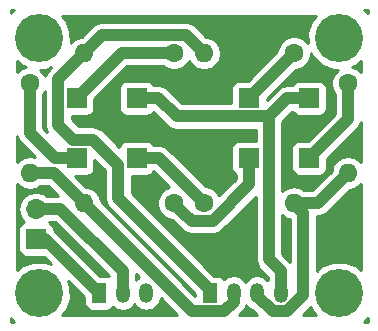
<source format=gbr>
G04 #@! TF.FileFunction,Copper,L2,Bot,Signal*
%FSLAX46Y46*%
G04 Gerber Fmt 4.6, Leading zero omitted, Abs format (unit mm)*
G04 Created by KiCad (PCBNEW 4.0.1-stable) date 2019/02/22 9:19:20*
%MOMM*%
G01*
G04 APERTURE LIST*
%ADD10C,0.100000*%
%ADD11C,4.064000*%
%ADD12R,1.700000X1.700000*%
%ADD13C,1.600000*%
%ADD14O,1.600000X1.600000*%
%ADD15R,1.200000X1.700000*%
%ADD16O,1.200000X1.700000*%
%ADD17O,1.700000X1.700000*%
%ADD18C,1.000000*%
%ADD19C,0.254000*%
G04 APERTURE END LIST*
D10*
D11*
X175260000Y-115570000D03*
X200660000Y-115570000D03*
X200660000Y-93980000D03*
D12*
X178435000Y-99060000D03*
X193040000Y-104140000D03*
X183515000Y-104140000D03*
X193040000Y-99060000D03*
X178435000Y-104140000D03*
X198120000Y-104140000D03*
X183515000Y-99060000D03*
X198120000Y-99060000D03*
D13*
X186690000Y-95250000D03*
D14*
X179070000Y-95250000D03*
D13*
X186690000Y-107950000D03*
D14*
X179070000Y-107950000D03*
D13*
X189230000Y-107950000D03*
D14*
X196850000Y-107950000D03*
D13*
X196850000Y-95250000D03*
D14*
X189230000Y-95250000D03*
D13*
X174498000Y-97790000D03*
D14*
X174498000Y-105410000D03*
D13*
X201422000Y-97790000D03*
D14*
X201422000Y-105410000D03*
D15*
X189738000Y-115570000D03*
D16*
X191738000Y-115570000D03*
X193738000Y-115570000D03*
X195738000Y-115570000D03*
D12*
X175006000Y-110998000D03*
D17*
X175006000Y-108458000D03*
D15*
X180340000Y-115570000D03*
D16*
X182340000Y-115570000D03*
X184340000Y-115570000D03*
D11*
X175260000Y-93980000D03*
D18*
X179070000Y-95250000D02*
X176884999Y-97435001D01*
X178154999Y-102589999D02*
X179845001Y-102589999D01*
X176884999Y-97435001D02*
X176884999Y-101319999D01*
X176884999Y-101319999D02*
X178154999Y-102589999D01*
X181964999Y-107546999D02*
X189738000Y-115320000D01*
X179845001Y-102589999D02*
X181964999Y-104709997D01*
X181964999Y-104709997D02*
X181964999Y-107546999D01*
X189738000Y-115320000D02*
X189738000Y-115570000D01*
X189230000Y-95250000D02*
X187729999Y-93749999D01*
X187729999Y-93749999D02*
X180570001Y-93749999D01*
X180570001Y-93749999D02*
X179869999Y-94450001D01*
X179869999Y-94450001D02*
X179070000Y-95250000D01*
X174498000Y-105410000D02*
X176530000Y-105410000D01*
X176530000Y-105410000D02*
X179070000Y-107950000D01*
X179070000Y-107950000D02*
X188240001Y-117120001D01*
X188240001Y-117120001D02*
X190898001Y-117120001D01*
X190898001Y-117120001D02*
X191738000Y-116280002D01*
X191738000Y-116280002D02*
X191738000Y-115570000D01*
X196850000Y-107950000D02*
X198882000Y-107950000D01*
X198882000Y-107950000D02*
X201422000Y-105410000D01*
X193738000Y-115570000D02*
X193738000Y-115820000D01*
X195038010Y-117120010D02*
X196276481Y-117120010D01*
X197649999Y-115746492D02*
X197649999Y-108749999D01*
X193738000Y-115820000D02*
X195038010Y-117120010D01*
X196276481Y-117120010D02*
X197649999Y-115746492D01*
X197649999Y-108749999D02*
X196850000Y-107950000D01*
X193738000Y-115570000D02*
X193738000Y-115658491D01*
X178435000Y-99060000D02*
X182245000Y-95250000D01*
X182245000Y-95250000D02*
X186690000Y-95250000D01*
X193040000Y-104140000D02*
X193040000Y-106360002D01*
X188190001Y-109450001D02*
X187489999Y-108749999D01*
X193040000Y-106360002D02*
X189950001Y-109450001D01*
X187489999Y-108749999D02*
X186690000Y-107950000D01*
X189950001Y-109450001D02*
X188190001Y-109450001D01*
X183515000Y-104140000D02*
X185420000Y-104140000D01*
X185420000Y-104140000D02*
X189230000Y-107950000D01*
X196850000Y-95250000D02*
X193040000Y-99060000D01*
X174498000Y-97790000D02*
X174498000Y-102053000D01*
X174498000Y-102053000D02*
X176585000Y-104140000D01*
X176585000Y-104140000D02*
X178435000Y-104140000D01*
X201422000Y-97790000D02*
X201422000Y-100838000D01*
X201422000Y-100838000D02*
X198120000Y-104140000D01*
X195738000Y-115570000D02*
X195738000Y-113720000D01*
X195738000Y-113720000D02*
X194719999Y-112701999D01*
X194719999Y-112701999D02*
X194719999Y-100610001D01*
X183515000Y-99060000D02*
X185365000Y-99060000D01*
X185365000Y-99060000D02*
X186915001Y-100610001D01*
X194719999Y-100610001D02*
X196270000Y-99060000D01*
X186915001Y-100610001D02*
X194719999Y-100610001D01*
X196270000Y-99060000D02*
X198120000Y-99060000D01*
X195738000Y-115570000D02*
X195738000Y-115820000D01*
X195738000Y-115481509D02*
X195738000Y-115570000D01*
X175006000Y-110998000D02*
X175768000Y-110998000D01*
X175768000Y-110998000D02*
X180340000Y-115570000D01*
X182340000Y-115570000D02*
X182340000Y-113720000D01*
X182340000Y-113720000D02*
X177078000Y-108458000D01*
X177078000Y-108458000D02*
X176208081Y-108458000D01*
X176208081Y-108458000D02*
X175006000Y-108458000D01*
D19*
G36*
X203073000Y-117983000D02*
X202796288Y-117983000D01*
X202846062Y-117949742D01*
X202878894Y-117916910D01*
X203039743Y-117756062D01*
X203073000Y-117706289D01*
X203073000Y-117983000D01*
X203073000Y-117983000D01*
G37*
X203073000Y-117983000D02*
X202796288Y-117983000D01*
X202846062Y-117949742D01*
X202878894Y-117916910D01*
X203039743Y-117756062D01*
X203073000Y-117706289D01*
X203073000Y-117983000D01*
G36*
X172880256Y-117756060D02*
X172880257Y-117756061D01*
X173073938Y-117949743D01*
X173123711Y-117983000D01*
X172847000Y-117983000D01*
X172847000Y-117706289D01*
X172880256Y-117756060D01*
X172880256Y-117756060D01*
G37*
X172880256Y-117756060D02*
X172880257Y-117756061D01*
X173073938Y-117949743D01*
X173123711Y-117983000D01*
X172847000Y-117983000D01*
X172847000Y-117706289D01*
X172880256Y-117756060D01*
G36*
X179100717Y-115924536D02*
X179100717Y-116420000D01*
X179144437Y-116652352D01*
X179281757Y-116865753D01*
X179491283Y-117008917D01*
X179740000Y-117059283D01*
X180940000Y-117059283D01*
X181172352Y-117015563D01*
X181385753Y-116878243D01*
X181488754Y-116727497D01*
X181870447Y-116982536D01*
X182340000Y-117075936D01*
X182809553Y-116982536D01*
X183207620Y-116716556D01*
X183337344Y-116522410D01*
X183383043Y-116582854D01*
X183472380Y-116716556D01*
X183496122Y-116732420D01*
X183510875Y-116751933D01*
X183629677Y-116821659D01*
X183870447Y-116982536D01*
X183920881Y-116992568D01*
X183930624Y-116998286D01*
X184022391Y-117013462D01*
X184023214Y-117012923D01*
X184340000Y-117075936D01*
X184656786Y-117012923D01*
X184657609Y-117013462D01*
X184749376Y-116998286D01*
X184759119Y-116992568D01*
X184809553Y-116982536D01*
X185050323Y-116821659D01*
X185169125Y-116751933D01*
X185183878Y-116732420D01*
X185207620Y-116716556D01*
X185296957Y-116582854D01*
X185462647Y-116363701D01*
X185550891Y-116024709D01*
X186934182Y-117408000D01*
X177182469Y-117408000D01*
X177512876Y-117078169D01*
X177514389Y-117074525D01*
X177532168Y-117063846D01*
X177930880Y-116080612D01*
X177922975Y-115019643D01*
X177730040Y-114553859D01*
X179100717Y-115924536D01*
X179100717Y-115924536D01*
G37*
X179100717Y-115924536D02*
X179100717Y-116420000D01*
X179144437Y-116652352D01*
X179281757Y-116865753D01*
X179491283Y-117008917D01*
X179740000Y-117059283D01*
X180940000Y-117059283D01*
X181172352Y-117015563D01*
X181385753Y-116878243D01*
X181488754Y-116727497D01*
X181870447Y-116982536D01*
X182340000Y-117075936D01*
X182809553Y-116982536D01*
X183207620Y-116716556D01*
X183337344Y-116522410D01*
X183383043Y-116582854D01*
X183472380Y-116716556D01*
X183496122Y-116732420D01*
X183510875Y-116751933D01*
X183629677Y-116821659D01*
X183870447Y-116982536D01*
X183920881Y-116992568D01*
X183930624Y-116998286D01*
X184022391Y-117013462D01*
X184023214Y-117012923D01*
X184340000Y-117075936D01*
X184656786Y-117012923D01*
X184657609Y-117013462D01*
X184749376Y-116998286D01*
X184759119Y-116992568D01*
X184809553Y-116982536D01*
X185050323Y-116821659D01*
X185169125Y-116751933D01*
X185183878Y-116732420D01*
X185207620Y-116716556D01*
X185296957Y-116582854D01*
X185462647Y-116363701D01*
X185550891Y-116024709D01*
X186934182Y-117408000D01*
X177182469Y-117408000D01*
X177512876Y-117078169D01*
X177514389Y-117074525D01*
X177532168Y-117063846D01*
X177930880Y-116080612D01*
X177922975Y-115019643D01*
X177730040Y-114553859D01*
X179100717Y-115924536D01*
G36*
X192870380Y-116716556D02*
X193268447Y-116982536D01*
X193316220Y-116992039D01*
X193732181Y-117408000D01*
X192203820Y-117408000D01*
X192534909Y-117076911D01*
X192779212Y-116711286D01*
X192799318Y-116610205D01*
X192870380Y-116716556D01*
X192870380Y-116716556D01*
G37*
X192870380Y-116716556D02*
X193268447Y-116982536D01*
X193316220Y-116992039D01*
X193732181Y-117408000D01*
X192203820Y-117408000D01*
X192534909Y-117076911D01*
X192779212Y-116711286D01*
X192799318Y-116610205D01*
X192870380Y-116716556D01*
G36*
X198387832Y-117063846D02*
X198404286Y-117073729D01*
X198404495Y-117074235D01*
X198737678Y-117408000D01*
X197582309Y-117408000D01*
X198252700Y-116737609D01*
X198387832Y-117063846D01*
X198387832Y-117063846D01*
G37*
X198387832Y-117063846D02*
X198404286Y-117073729D01*
X198404495Y-117074235D01*
X198737678Y-117408000D01*
X197582309Y-117408000D01*
X198252700Y-116737609D01*
X198387832Y-117063846D01*
G36*
X180837999Y-105176815D02*
X180837999Y-107546999D01*
X180923787Y-107978283D01*
X181168090Y-108343908D01*
X188498717Y-115674536D01*
X188498717Y-115784899D01*
X180490477Y-107776659D01*
X180416333Y-107403911D01*
X180106998Y-106940959D01*
X179644046Y-106631624D01*
X179271299Y-106557480D01*
X178343101Y-105629283D01*
X179285000Y-105629283D01*
X179517352Y-105585563D01*
X179730753Y-105448243D01*
X179873917Y-105238717D01*
X179924283Y-104990000D01*
X179924283Y-104263099D01*
X180837999Y-105176815D01*
X180837999Y-105176815D01*
G37*
X180837999Y-105176815D02*
X180837999Y-107546999D01*
X180923787Y-107978283D01*
X181168090Y-108343908D01*
X188498717Y-115674536D01*
X188498717Y-115784899D01*
X180490477Y-107776659D01*
X180416333Y-107403911D01*
X180106998Y-106940959D01*
X179644046Y-106631624D01*
X179271299Y-106557480D01*
X178343101Y-105629283D01*
X179285000Y-105629283D01*
X179517352Y-105585563D01*
X179730753Y-105448243D01*
X179873917Y-105238717D01*
X179924283Y-104990000D01*
X179924283Y-104263099D01*
X180837999Y-105176815D01*
G36*
X186266961Y-106580779D02*
X185882725Y-106739543D01*
X185480953Y-107140614D01*
X185263248Y-107664907D01*
X185262752Y-108232603D01*
X185479543Y-108757275D01*
X185880614Y-109159047D01*
X186404907Y-109376752D01*
X186523036Y-109376855D01*
X186693089Y-109546908D01*
X186693092Y-109546910D01*
X187393091Y-110246910D01*
X187758717Y-110491213D01*
X188190001Y-110577001D01*
X189950001Y-110577001D01*
X190381285Y-110491213D01*
X190746910Y-110246910D01*
X193592999Y-107400822D01*
X193592999Y-112701999D01*
X193678787Y-113133283D01*
X193923090Y-113498908D01*
X194611000Y-114186818D01*
X194611000Y-114431496D01*
X194605620Y-114423444D01*
X194207553Y-114157464D01*
X193738000Y-114064064D01*
X193268447Y-114157464D01*
X192870380Y-114423444D01*
X192738000Y-114621565D01*
X192605620Y-114423444D01*
X192207553Y-114157464D01*
X191738000Y-114064064D01*
X191268447Y-114157464D01*
X190885673Y-114413225D01*
X190796243Y-114274247D01*
X190586717Y-114131083D01*
X190338000Y-114080717D01*
X190092536Y-114080717D01*
X183091999Y-107080181D01*
X183091999Y-105629283D01*
X184365000Y-105629283D01*
X184597352Y-105585563D01*
X184810753Y-105448243D01*
X184934592Y-105267000D01*
X184953182Y-105267000D01*
X186266961Y-106580779D01*
X186266961Y-106580779D01*
G37*
X186266961Y-106580779D02*
X185882725Y-106739543D01*
X185480953Y-107140614D01*
X185263248Y-107664907D01*
X185262752Y-108232603D01*
X185479543Y-108757275D01*
X185880614Y-109159047D01*
X186404907Y-109376752D01*
X186523036Y-109376855D01*
X186693089Y-109546908D01*
X186693092Y-109546910D01*
X187393091Y-110246910D01*
X187758717Y-110491213D01*
X188190001Y-110577001D01*
X189950001Y-110577001D01*
X190381285Y-110491213D01*
X190746910Y-110246910D01*
X193592999Y-107400822D01*
X193592999Y-112701999D01*
X193678787Y-113133283D01*
X193923090Y-113498908D01*
X194611000Y-114186818D01*
X194611000Y-114431496D01*
X194605620Y-114423444D01*
X194207553Y-114157464D01*
X193738000Y-114064064D01*
X193268447Y-114157464D01*
X192870380Y-114423444D01*
X192738000Y-114621565D01*
X192605620Y-114423444D01*
X192207553Y-114157464D01*
X191738000Y-114064064D01*
X191268447Y-114157464D01*
X190885673Y-114413225D01*
X190796243Y-114274247D01*
X190586717Y-114131083D01*
X190338000Y-114080717D01*
X190092536Y-114080717D01*
X183091999Y-107080181D01*
X183091999Y-105629283D01*
X184365000Y-105629283D01*
X184597352Y-105585563D01*
X184810753Y-105448243D01*
X184934592Y-105267000D01*
X184953182Y-105267000D01*
X186266961Y-106580779D01*
G36*
X183758468Y-114232286D02*
X183629677Y-114318341D01*
X183510875Y-114388067D01*
X183496122Y-114407580D01*
X183472380Y-114423444D01*
X183467000Y-114431496D01*
X183467000Y-113940818D01*
X183758468Y-114232286D01*
X183758468Y-114232286D01*
G37*
X183758468Y-114232286D02*
X183629677Y-114318341D01*
X183510875Y-114388067D01*
X183496122Y-114407580D01*
X183472380Y-114423444D01*
X183467000Y-114431496D01*
X183467000Y-113940818D01*
X183758468Y-114232286D01*
G36*
X181149277Y-114123096D02*
X180940000Y-114080717D01*
X180444536Y-114080717D01*
X176564909Y-110201091D01*
X176495283Y-110154568D01*
X176495283Y-110148000D01*
X176451563Y-109915648D01*
X176314243Y-109702247D01*
X176142648Y-109585000D01*
X176611182Y-109585000D01*
X181149277Y-114123096D01*
X181149277Y-114123096D01*
G37*
X181149277Y-114123096D02*
X180940000Y-114080717D01*
X180444536Y-114080717D01*
X176564909Y-110201091D01*
X176495283Y-110154568D01*
X176495283Y-110148000D01*
X176451563Y-109915648D01*
X176314243Y-109702247D01*
X176142648Y-109585000D01*
X176611182Y-109585000D01*
X181149277Y-114123096D01*
G36*
X202498000Y-113647531D02*
X202168169Y-113317124D01*
X202164525Y-113315611D01*
X202153846Y-113297832D01*
X201170612Y-112899120D01*
X200109643Y-112907025D01*
X199166154Y-113297832D01*
X199156271Y-113314286D01*
X199155765Y-113314495D01*
X198776999Y-113692601D01*
X198776999Y-109077000D01*
X198882000Y-109077000D01*
X199313284Y-108991212D01*
X199678909Y-108746909D01*
X201595342Y-106830477D01*
X201968089Y-106756333D01*
X202431041Y-106446998D01*
X202498000Y-106346787D01*
X202498000Y-113647531D01*
X202498000Y-113647531D01*
G37*
X202498000Y-113647531D02*
X202168169Y-113317124D01*
X202164525Y-113315611D01*
X202153846Y-113297832D01*
X201170612Y-112899120D01*
X200109643Y-112907025D01*
X199166154Y-113297832D01*
X199156271Y-113314286D01*
X199155765Y-113314495D01*
X198776999Y-113692601D01*
X198776999Y-109077000D01*
X198882000Y-109077000D01*
X199313284Y-108991212D01*
X199678909Y-108746909D01*
X201595342Y-106830477D01*
X201968089Y-106756333D01*
X202431041Y-106446998D01*
X202498000Y-106346787D01*
X202498000Y-113647531D01*
G36*
X173488959Y-106446998D02*
X173951911Y-106756333D01*
X174498000Y-106864957D01*
X175044089Y-106756333D01*
X175372344Y-106537000D01*
X176063182Y-106537000D01*
X176857182Y-107331000D01*
X175955709Y-107331000D01*
X175600159Y-107093430D01*
X175034936Y-106981000D01*
X174977064Y-106981000D01*
X174411841Y-107093430D01*
X173932667Y-107413603D01*
X173612494Y-107892777D01*
X173500064Y-108458000D01*
X173612494Y-109023223D01*
X173932667Y-109502397D01*
X173989120Y-109540118D01*
X173923648Y-109552437D01*
X173710247Y-109689757D01*
X173567083Y-109899283D01*
X173516717Y-110148000D01*
X173516717Y-111848000D01*
X173560437Y-112080352D01*
X173697757Y-112293753D01*
X173907283Y-112436917D01*
X174156000Y-112487283D01*
X175663465Y-112487283D01*
X176283136Y-113106954D01*
X175770612Y-112899120D01*
X174709643Y-112907025D01*
X173766154Y-113297832D01*
X173756271Y-113314286D01*
X173755765Y-113314495D01*
X173422000Y-113647678D01*
X173422000Y-106346787D01*
X173488959Y-106446998D01*
X173488959Y-106446998D01*
G37*
X173488959Y-106446998D02*
X173951911Y-106756333D01*
X174498000Y-106864957D01*
X175044089Y-106756333D01*
X175372344Y-106537000D01*
X176063182Y-106537000D01*
X176857182Y-107331000D01*
X175955709Y-107331000D01*
X175600159Y-107093430D01*
X175034936Y-106981000D01*
X174977064Y-106981000D01*
X174411841Y-107093430D01*
X173932667Y-107413603D01*
X173612494Y-107892777D01*
X173500064Y-108458000D01*
X173612494Y-109023223D01*
X173932667Y-109502397D01*
X173989120Y-109540118D01*
X173923648Y-109552437D01*
X173710247Y-109689757D01*
X173567083Y-109899283D01*
X173516717Y-110148000D01*
X173516717Y-111848000D01*
X173560437Y-112080352D01*
X173697757Y-112293753D01*
X173907283Y-112436917D01*
X174156000Y-112487283D01*
X175663465Y-112487283D01*
X176283136Y-113106954D01*
X175770612Y-112899120D01*
X174709643Y-112907025D01*
X173766154Y-113297832D01*
X173756271Y-113314286D01*
X173755765Y-113314495D01*
X173422000Y-113647678D01*
X173422000Y-106346787D01*
X173488959Y-106446998D01*
G36*
X196275954Y-109268376D02*
X196522999Y-109317516D01*
X196522999Y-112911181D01*
X195846999Y-112235181D01*
X195846999Y-108981757D01*
X196275954Y-109268376D01*
X196275954Y-109268376D01*
G37*
X196275954Y-109268376D02*
X196522999Y-109317516D01*
X196522999Y-112911181D01*
X195846999Y-112235181D01*
X195846999Y-108981757D01*
X196275954Y-109268376D01*
G36*
X198407124Y-92471831D02*
X198405611Y-92475475D01*
X198387832Y-92486154D01*
X197989120Y-93469388D01*
X197995890Y-94378045D01*
X197659386Y-94040953D01*
X197135093Y-93823248D01*
X196567397Y-93822752D01*
X196042725Y-94039543D01*
X195640953Y-94440614D01*
X195423248Y-94964907D01*
X195423145Y-95083036D01*
X192935465Y-97570717D01*
X192190000Y-97570717D01*
X191957648Y-97614437D01*
X191744247Y-97751757D01*
X191601083Y-97961283D01*
X191550717Y-98210000D01*
X191550717Y-99483001D01*
X187381820Y-99483001D01*
X186161909Y-98263091D01*
X185796284Y-98018788D01*
X185365000Y-97933000D01*
X184931833Y-97933000D01*
X184823243Y-97764247D01*
X184613717Y-97621083D01*
X184365000Y-97570717D01*
X182665000Y-97570717D01*
X182432648Y-97614437D01*
X182219247Y-97751757D01*
X182076083Y-97961283D01*
X182025717Y-98210000D01*
X182025717Y-99910000D01*
X182069437Y-100142352D01*
X182206757Y-100355753D01*
X182416283Y-100498917D01*
X182665000Y-100549283D01*
X184365000Y-100549283D01*
X184597352Y-100505563D01*
X184810753Y-100368243D01*
X184919812Y-100208631D01*
X186118091Y-101406910D01*
X186483716Y-101651213D01*
X186555271Y-101665446D01*
X186915001Y-101737001D01*
X193592999Y-101737001D01*
X193592999Y-102650717D01*
X192190000Y-102650717D01*
X191957648Y-102694437D01*
X191744247Y-102831757D01*
X191601083Y-103041283D01*
X191550717Y-103290000D01*
X191550717Y-104990000D01*
X191594437Y-105222352D01*
X191731757Y-105435753D01*
X191913000Y-105559592D01*
X191913000Y-105893183D01*
X190505659Y-107300525D01*
X190440457Y-107142725D01*
X190039386Y-106740953D01*
X189515093Y-106523248D01*
X189396964Y-106523145D01*
X186216909Y-103343091D01*
X185851284Y-103098788D01*
X185420000Y-103013000D01*
X184931833Y-103013000D01*
X184823243Y-102844247D01*
X184613717Y-102701083D01*
X184365000Y-102650717D01*
X182665000Y-102650717D01*
X182432648Y-102694437D01*
X182219247Y-102831757D01*
X182076083Y-103041283D01*
X182044764Y-103195944D01*
X180641910Y-101793090D01*
X180276285Y-101548787D01*
X179845001Y-101462999D01*
X178621818Y-101462999D01*
X178011999Y-100853181D01*
X178011999Y-100549283D01*
X179285000Y-100549283D01*
X179517352Y-100505563D01*
X179730753Y-100368243D01*
X179873917Y-100158717D01*
X179924283Y-99910000D01*
X179924283Y-99164535D01*
X182711819Y-96377000D01*
X185798710Y-96377000D01*
X185880614Y-96459047D01*
X186404907Y-96676752D01*
X186972603Y-96677248D01*
X187497275Y-96460457D01*
X187899047Y-96059386D01*
X187960580Y-95911197D01*
X188193002Y-96259041D01*
X188655954Y-96568376D01*
X189202043Y-96677000D01*
X189257957Y-96677000D01*
X189804046Y-96568376D01*
X190266998Y-96259041D01*
X190576333Y-95796089D01*
X190684957Y-95250000D01*
X190576333Y-94703911D01*
X190266998Y-94240959D01*
X189804046Y-93931624D01*
X189431298Y-93857480D01*
X188526908Y-92953090D01*
X188161283Y-92708787D01*
X187729999Y-92622999D01*
X180570001Y-92622999D01*
X180138717Y-92708787D01*
X179773091Y-92953090D01*
X179073092Y-93653090D01*
X179073089Y-93653092D01*
X178868701Y-93857480D01*
X178495954Y-93931624D01*
X178033002Y-94240959D01*
X177930167Y-94394863D01*
X177922975Y-93429643D01*
X177532168Y-92486154D01*
X177515714Y-92476271D01*
X177515505Y-92475765D01*
X177182322Y-92142000D01*
X198737531Y-92142000D01*
X198407124Y-92471831D01*
X198407124Y-92471831D01*
G37*
X198407124Y-92471831D02*
X198405611Y-92475475D01*
X198387832Y-92486154D01*
X197989120Y-93469388D01*
X197995890Y-94378045D01*
X197659386Y-94040953D01*
X197135093Y-93823248D01*
X196567397Y-93822752D01*
X196042725Y-94039543D01*
X195640953Y-94440614D01*
X195423248Y-94964907D01*
X195423145Y-95083036D01*
X192935465Y-97570717D01*
X192190000Y-97570717D01*
X191957648Y-97614437D01*
X191744247Y-97751757D01*
X191601083Y-97961283D01*
X191550717Y-98210000D01*
X191550717Y-99483001D01*
X187381820Y-99483001D01*
X186161909Y-98263091D01*
X185796284Y-98018788D01*
X185365000Y-97933000D01*
X184931833Y-97933000D01*
X184823243Y-97764247D01*
X184613717Y-97621083D01*
X184365000Y-97570717D01*
X182665000Y-97570717D01*
X182432648Y-97614437D01*
X182219247Y-97751757D01*
X182076083Y-97961283D01*
X182025717Y-98210000D01*
X182025717Y-99910000D01*
X182069437Y-100142352D01*
X182206757Y-100355753D01*
X182416283Y-100498917D01*
X182665000Y-100549283D01*
X184365000Y-100549283D01*
X184597352Y-100505563D01*
X184810753Y-100368243D01*
X184919812Y-100208631D01*
X186118091Y-101406910D01*
X186483716Y-101651213D01*
X186555271Y-101665446D01*
X186915001Y-101737001D01*
X193592999Y-101737001D01*
X193592999Y-102650717D01*
X192190000Y-102650717D01*
X191957648Y-102694437D01*
X191744247Y-102831757D01*
X191601083Y-103041283D01*
X191550717Y-103290000D01*
X191550717Y-104990000D01*
X191594437Y-105222352D01*
X191731757Y-105435753D01*
X191913000Y-105559592D01*
X191913000Y-105893183D01*
X190505659Y-107300525D01*
X190440457Y-107142725D01*
X190039386Y-106740953D01*
X189515093Y-106523248D01*
X189396964Y-106523145D01*
X186216909Y-103343091D01*
X185851284Y-103098788D01*
X185420000Y-103013000D01*
X184931833Y-103013000D01*
X184823243Y-102844247D01*
X184613717Y-102701083D01*
X184365000Y-102650717D01*
X182665000Y-102650717D01*
X182432648Y-102694437D01*
X182219247Y-102831757D01*
X182076083Y-103041283D01*
X182044764Y-103195944D01*
X180641910Y-101793090D01*
X180276285Y-101548787D01*
X179845001Y-101462999D01*
X178621818Y-101462999D01*
X178011999Y-100853181D01*
X178011999Y-100549283D01*
X179285000Y-100549283D01*
X179517352Y-100505563D01*
X179730753Y-100368243D01*
X179873917Y-100158717D01*
X179924283Y-99910000D01*
X179924283Y-99164535D01*
X182711819Y-96377000D01*
X185798710Y-96377000D01*
X185880614Y-96459047D01*
X186404907Y-96676752D01*
X186972603Y-96677248D01*
X187497275Y-96460457D01*
X187899047Y-96059386D01*
X187960580Y-95911197D01*
X188193002Y-96259041D01*
X188655954Y-96568376D01*
X189202043Y-96677000D01*
X189257957Y-96677000D01*
X189804046Y-96568376D01*
X190266998Y-96259041D01*
X190576333Y-95796089D01*
X190684957Y-95250000D01*
X190576333Y-94703911D01*
X190266998Y-94240959D01*
X189804046Y-93931624D01*
X189431298Y-93857480D01*
X188526908Y-92953090D01*
X188161283Y-92708787D01*
X187729999Y-92622999D01*
X180570001Y-92622999D01*
X180138717Y-92708787D01*
X179773091Y-92953090D01*
X179073092Y-93653090D01*
X179073089Y-93653092D01*
X178868701Y-93857480D01*
X178495954Y-93931624D01*
X178033002Y-94240959D01*
X177930167Y-94394863D01*
X177922975Y-93429643D01*
X177532168Y-92486154D01*
X177515714Y-92476271D01*
X177515505Y-92475765D01*
X177182322Y-92142000D01*
X198737531Y-92142000D01*
X198407124Y-92471831D01*
G36*
X198387832Y-95473846D02*
X198404286Y-95483729D01*
X198404495Y-95484235D01*
X199151831Y-96232876D01*
X199155475Y-96234389D01*
X199166154Y-96252168D01*
X200149388Y-96650880D01*
X200546225Y-96647923D01*
X200212953Y-96980614D01*
X199995248Y-97504907D01*
X199994752Y-98072603D01*
X200211543Y-98597275D01*
X200295000Y-98680878D01*
X200295000Y-100371182D01*
X198015465Y-102650717D01*
X197270000Y-102650717D01*
X197037648Y-102694437D01*
X196824247Y-102831757D01*
X196681083Y-103041283D01*
X196630717Y-103290000D01*
X196630717Y-104990000D01*
X196674437Y-105222352D01*
X196811757Y-105435753D01*
X197021283Y-105578917D01*
X197270000Y-105629283D01*
X198970000Y-105629283D01*
X199202352Y-105585563D01*
X199415753Y-105448243D01*
X199558917Y-105238717D01*
X199609283Y-104990000D01*
X199609283Y-104244535D01*
X202218909Y-101634909D01*
X202463212Y-101269284D01*
X202465836Y-101256091D01*
X202498000Y-101094393D01*
X202498000Y-104473213D01*
X202431041Y-104373002D01*
X201968089Y-104063667D01*
X201422000Y-103955043D01*
X200875911Y-104063667D01*
X200412959Y-104373002D01*
X200103624Y-104835954D01*
X200029480Y-105208701D01*
X198415182Y-106823000D01*
X197710460Y-106823000D01*
X197424046Y-106631624D01*
X196877957Y-106523000D01*
X196822043Y-106523000D01*
X196275954Y-106631624D01*
X195846999Y-106918243D01*
X195846999Y-101076819D01*
X196716343Y-100207476D01*
X196811757Y-100355753D01*
X197021283Y-100498917D01*
X197270000Y-100549283D01*
X198970000Y-100549283D01*
X199202352Y-100505563D01*
X199415753Y-100368243D01*
X199558917Y-100158717D01*
X199609283Y-99910000D01*
X199609283Y-98210000D01*
X199565563Y-97977648D01*
X199428243Y-97764247D01*
X199218717Y-97621083D01*
X198970000Y-97570717D01*
X197270000Y-97570717D01*
X197037648Y-97614437D01*
X196824247Y-97751757D01*
X196700408Y-97933000D01*
X196270000Y-97933000D01*
X195910270Y-98004555D01*
X195838715Y-98018788D01*
X195473090Y-98263091D01*
X194529283Y-99206899D01*
X194529283Y-99164535D01*
X197016672Y-96677147D01*
X197132603Y-96677248D01*
X197657275Y-96460457D01*
X198059047Y-96059386D01*
X198276752Y-95535093D01*
X198277039Y-95206369D01*
X198387832Y-95473846D01*
X198387832Y-95473846D01*
G37*
X198387832Y-95473846D02*
X198404286Y-95483729D01*
X198404495Y-95484235D01*
X199151831Y-96232876D01*
X199155475Y-96234389D01*
X199166154Y-96252168D01*
X200149388Y-96650880D01*
X200546225Y-96647923D01*
X200212953Y-96980614D01*
X199995248Y-97504907D01*
X199994752Y-98072603D01*
X200211543Y-98597275D01*
X200295000Y-98680878D01*
X200295000Y-100371182D01*
X198015465Y-102650717D01*
X197270000Y-102650717D01*
X197037648Y-102694437D01*
X196824247Y-102831757D01*
X196681083Y-103041283D01*
X196630717Y-103290000D01*
X196630717Y-104990000D01*
X196674437Y-105222352D01*
X196811757Y-105435753D01*
X197021283Y-105578917D01*
X197270000Y-105629283D01*
X198970000Y-105629283D01*
X199202352Y-105585563D01*
X199415753Y-105448243D01*
X199558917Y-105238717D01*
X199609283Y-104990000D01*
X199609283Y-104244535D01*
X202218909Y-101634909D01*
X202463212Y-101269284D01*
X202465836Y-101256091D01*
X202498000Y-101094393D01*
X202498000Y-104473213D01*
X202431041Y-104373002D01*
X201968089Y-104063667D01*
X201422000Y-103955043D01*
X200875911Y-104063667D01*
X200412959Y-104373002D01*
X200103624Y-104835954D01*
X200029480Y-105208701D01*
X198415182Y-106823000D01*
X197710460Y-106823000D01*
X197424046Y-106631624D01*
X196877957Y-106523000D01*
X196822043Y-106523000D01*
X196275954Y-106631624D01*
X195846999Y-106918243D01*
X195846999Y-101076819D01*
X196716343Y-100207476D01*
X196811757Y-100355753D01*
X197021283Y-100498917D01*
X197270000Y-100549283D01*
X198970000Y-100549283D01*
X199202352Y-100505563D01*
X199415753Y-100368243D01*
X199558917Y-100158717D01*
X199609283Y-99910000D01*
X199609283Y-98210000D01*
X199565563Y-97977648D01*
X199428243Y-97764247D01*
X199218717Y-97621083D01*
X198970000Y-97570717D01*
X197270000Y-97570717D01*
X197037648Y-97614437D01*
X196824247Y-97751757D01*
X196700408Y-97933000D01*
X196270000Y-97933000D01*
X195910270Y-98004555D01*
X195838715Y-98018788D01*
X195473090Y-98263091D01*
X194529283Y-99206899D01*
X194529283Y-99164535D01*
X197016672Y-96677147D01*
X197132603Y-96677248D01*
X197657275Y-96460457D01*
X198059047Y-96059386D01*
X198276752Y-95535093D01*
X198277039Y-95206369D01*
X198387832Y-95473846D01*
G36*
X173456788Y-102484284D02*
X173701091Y-102849909D01*
X174882758Y-104031576D01*
X174498000Y-103955043D01*
X173951911Y-104063667D01*
X173488959Y-104373002D01*
X173422000Y-104473213D01*
X173422000Y-102309393D01*
X173456788Y-102484284D01*
X173456788Y-102484284D01*
G37*
X173456788Y-102484284D02*
X173701091Y-102849909D01*
X174882758Y-104031576D01*
X174498000Y-103955043D01*
X173951911Y-104063667D01*
X173488959Y-104373002D01*
X173422000Y-104473213D01*
X173422000Y-102309393D01*
X173456788Y-102484284D01*
G36*
X175757999Y-101319999D02*
X175843787Y-101751283D01*
X175951892Y-101913074D01*
X175625000Y-101586182D01*
X175625000Y-98681290D01*
X175707047Y-98599386D01*
X175757999Y-98476680D01*
X175757999Y-101319999D01*
X175757999Y-101319999D01*
G37*
X175757999Y-101319999D02*
X175843787Y-101751283D01*
X175951892Y-101913074D01*
X175625000Y-101586182D01*
X175625000Y-98681290D01*
X175707047Y-98599386D01*
X175757999Y-98476680D01*
X175757999Y-101319999D01*
G36*
X176088090Y-96638092D02*
X175843787Y-97003717D01*
X175802628Y-97210636D01*
X175708457Y-96982725D01*
X175372556Y-96646237D01*
X175810357Y-96642975D01*
X176276142Y-96450040D01*
X176088090Y-96638092D01*
X176088090Y-96638092D01*
G37*
X176088090Y-96638092D02*
X175843787Y-97003717D01*
X175802628Y-97210636D01*
X175708457Y-96982725D01*
X175372556Y-96646237D01*
X175810357Y-96642975D01*
X176276142Y-96450040D01*
X176088090Y-96638092D01*
G36*
X202498000Y-96848033D02*
X202231386Y-96580953D01*
X201796275Y-96400279D01*
X202153846Y-96252168D01*
X202163729Y-96235714D01*
X202164235Y-96235505D01*
X202498000Y-95902322D01*
X202498000Y-96848033D01*
X202498000Y-96848033D01*
G37*
X202498000Y-96848033D02*
X202231386Y-96580953D01*
X201796275Y-96400279D01*
X202153846Y-96252168D01*
X202163729Y-96235714D01*
X202164235Y-96235505D01*
X202498000Y-95902322D01*
X202498000Y-96848033D01*
G36*
X173751831Y-96232876D02*
X173755475Y-96234389D01*
X173766154Y-96252168D01*
X174127955Y-96398882D01*
X173690725Y-96579543D01*
X173422000Y-96847799D01*
X173422000Y-95902469D01*
X173751831Y-96232876D01*
X173751831Y-96232876D01*
G37*
X173751831Y-96232876D02*
X173755475Y-96234389D01*
X173766154Y-96252168D01*
X174127955Y-96398882D01*
X173690725Y-96579543D01*
X173422000Y-96847799D01*
X173422000Y-95902469D01*
X173751831Y-96232876D01*
G36*
X173073938Y-91600257D02*
X172966364Y-91707832D01*
X172880258Y-91793938D01*
X172847000Y-91843712D01*
X172847000Y-91567000D01*
X173123711Y-91567000D01*
X173073938Y-91600257D01*
X173073938Y-91600257D01*
G37*
X173073938Y-91600257D02*
X172966364Y-91707832D01*
X172880258Y-91793938D01*
X172847000Y-91843712D01*
X172847000Y-91567000D01*
X173123711Y-91567000D01*
X173073938Y-91600257D01*
G36*
X203073000Y-91843711D02*
X203039743Y-91793938D01*
X202846061Y-91600257D01*
X202846060Y-91600256D01*
X202796289Y-91567000D01*
X203073000Y-91567000D01*
X203073000Y-91843711D01*
X203073000Y-91843711D01*
G37*
X203073000Y-91843711D02*
X203039743Y-91793938D01*
X202846061Y-91600257D01*
X202846060Y-91600256D01*
X202796289Y-91567000D01*
X203073000Y-91567000D01*
X203073000Y-91843711D01*
M02*

</source>
